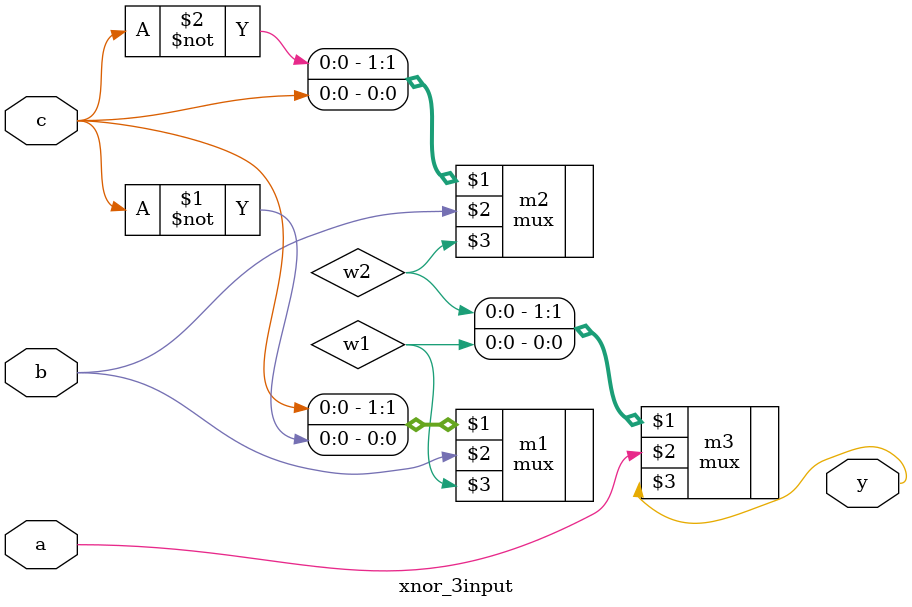
<source format=v>
module xnor_3input (a,b,c,y);
  input a,b,c;
  output y;
  wire w1,w2;

  mux m1 ({c,~c},b,w1);
  mux m2 ({~c,c},b,w2);
  mux m3({w2,w1},a,y);

endmodule

</source>
